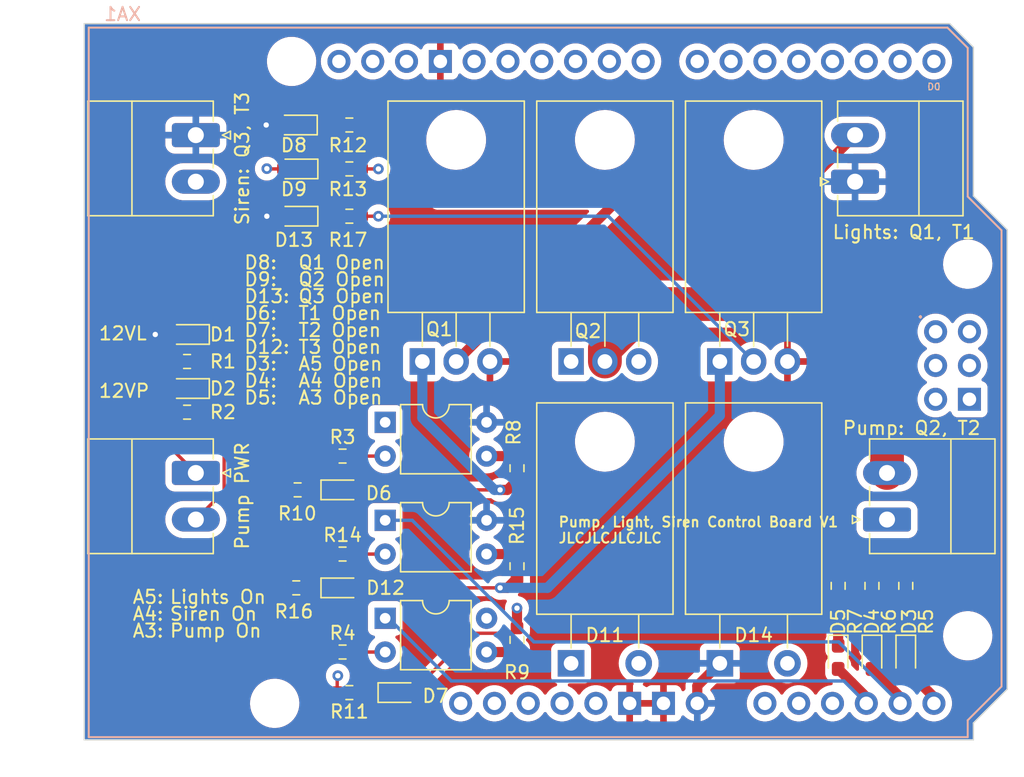
<source format=kicad_pcb>
(kicad_pcb (version 20221018) (generator pcbnew)
  (layers (0 "F.Cu" signal) (1 "In1.Cu" signal) (2 "In2.Cu" signal) (31 "B.Cu" signal) (34 "B.Paste" user) (35 "F.Paste" user) (36 "B.SilkS" user "B.Silkscreen") (37 "F.SilkS" user "F.Silkscreen") (38 "B.Mask" user) (39 "F.Mask" user) (44 "Edge.Cuts" user))
  (net 0 "")
  (net 1 "Net-(D1-K)")
  (net 2 "+12V")
  (net 3 "Net-(D2-K)")
  (net 4 "+12P")
  (net 5 "Net-(D3-K)")
  (net 6 "a5")
  (net 7 "Net-(D4-K)")
  (net 8 "a4")
  (net 9 "Net-(D5-K)")
  (net 10 "a3")
  (net 11 "GND")
  (net 12 "Net-(D6-A)")
  (net 13 "GNDPWR")
  (net 14 "Net-(D7-A)")
  (net 15 "Net-(D8-K)")
  (net 16 "Net-(D9-K)")
  (net 17 "Net-(D11-A)")
  (net 18 "Net-(D12-A)")
  (net 19 "Net-(D13-K)")
  (net 20 "Net-(D14-A)")
  (net 21 "Net-(T1-LogicGnd)")
  (net 22 "Net-(T2-LogicGnd)")
  (net 23 "Net-(T1-Emitter)")
  (net 24 "Net-(T2-Emitter)")
  (net 25 "Net-(T3-LogicGnd)")
  (net 26 "Net-(T3-Emitter)")
  (net 57 "Net-(J2-Pin_2)")
  (net 58 "Net-(D6-K)")
  (net 59 "Net-(D7-K)")
  (net 60 "Net-(D12-K)")
  (footprint "Resistor_SMD:R_0603_1608Metric_Pad0.98x0.95mm_HandSolder" (layer "F.Cu") (at 127.1035 91.44)
    (fp_text reference "R13" (at -0.1035 1.524) (layer "F.SilkS"))
    (fp_text value "1k")
    (pad "1" smd roundrect (at -0.9125 0) (size 0.975 0.95) (layers "F.Cu" "F.Paste" "F.Mask") (net 16 "Net-(D9-K)"))
    (pad "2" smd roundrect (at 0.9125 0) (size 0.975 0.95) (layers "F.Cu" "F.Paste" "F.Mask") (net 17 "Net-(D11-A)"))
  )
  (footprint "LED_SMD:LED_0603_1608Metric_Pad1.05x0.95mm_HandSolder" (layer "F.Cu") (at 126.633 115.57)
    (fp_text reference "D6" (at 2.681 0.254) (layer "F.SilkS"))
    (fp_text value "LED_Small")
    (pad "1" smd roundrect (at -0.875 0) (size 1.05 0.95) (layers "F.Cu" "F.Paste" "F.Mask") (net 58 "Net-(D6-K)"))
    (pad "2" smd roundrect (at 0.875 0) (size 1.05 0.95) (layers "F.Cu" "F.Paste" "F.Mask") (net 12 "Net-(D6-A)"))
  )
  (footprint "Connector_Phoenix_MC:PhoenixContact_MC_1,5_2-G-3.5_1x02_P3.50mm_Horizontal" (layer "F.Cu") (at 167.5015 117.8 90)
    (fp_text reference "J3")
    (fp_text value "Conn_01x02_Socket")
    (pad "1" thru_hole roundrect (at 0 0 90) (size 1.8 3.6) (drill 1.2) (layers "*.Cu" "*.Mask") (roundrect_rratio 0.1388888889) (net 4 "+12P"))
    (pad "2" thru_hole oval (at 3.5 0 90) (size 1.8 3.6) (drill 1.2) (layers "*.Cu" "*.Mask") (net 17 "Net-(D11-A)"))
  )
  (footprint "Resistor_SMD:R_0603_1608Metric_Pad0.98x0.95mm_HandSolder" (layer "F.Cu") (at 123.1145 122.936 180)
    (fp_text reference "R16" (at 0.1785 -1.778) (layer "F.SilkS"))
    (fp_text value "1k")
    (pad "1" smd roundrect (at -0.9125 0 180) (size 0.975 0.95) (layers "F.Cu" "F.Paste" "F.Mask") (net 60 "Net-(D12-K)"))
    (pad "2" smd roundrect (at 0.9125 0 180) (size 0.975 0.95) (layers "F.Cu" "F.Paste" "F.Mask") (net 11 "GND"))
  )
  (footprint "Package_TO_SOT_THT:TO-220-3_Horizontal_TabDown" (layer "F.Cu") (at 143.764 105.918)
    (fp_text reference "Q2" (at 1.27 -2.286) (layer "F.SilkS"))
    (fp_text value "Q_NMOS_GDS")
    (pad "" np_thru_hole oval (at 2.54 -16.66) (size 3.5 3.5) (drill 3.5) (layers "*.Cu" "*.Mask"))
    (pad "1" thru_hole rect (at 0 0) (size 1.905 2) (drill 1.1) (layers "*.Cu" "*.Mask") (net 14 "Net-(D7-A)"))
    (pad "2" thru_hole oval (at 2.54 0) (size 1.905 2) (drill 1.1) (layers "*.Cu" "*.Mask") (net 17 "Net-(D11-A)"))
    (pad "3" thru_hole oval (at 5.08 0) (size 1.905 2) (drill 1.1) (layers "*.Cu" "*.Mask") (net 13 "GNDPWR"))
  )
  (footprint "LED_SMD:LED_0603_1608Metric_Pad1.05x0.95mm_HandSolder" (layer "F.Cu") (at 163.83 128.157 -90)
    (fp_text reference "D5" (at -2.681 0 90) (layer "F.SilkS"))
    (fp_text value "LED_Small")
    (pad "1" smd roundrect (at -0.875 0 270) (size 1.05 0.95) (layers "F.Cu" "F.Paste" "F.Mask") (net 9 "Net-(D5-K)"))
    (pad "2" smd roundrect (at 0.875 0 270) (size 1.05 0.95) (layers "F.Cu" "F.Paste" "F.Mask") (net 10 "a3"))
  )
  (footprint "Resistor_SMD:R_0603_1608Metric_Pad0.98x0.95mm_HandSolder" (layer "F.Cu") (at 114.9115 105.918 180)
    (fp_text reference "R1" (at -2.6905 0) (layer "F.SilkS"))
    (fp_text value "1k")
    (pad "1" smd roundrect (at -0.9125 0 180) (size 0.975 0.95) (layers "F.Cu" "F.Paste" "F.Mask") (net 1 "Net-(D1-K)"))
    (pad "2" smd roundrect (at 0.9125 0 180) (size 0.975 0.95) (layers "F.Cu" "F.Paste" "F.Mask") (net 11 "GND"))
  )
  (footprint "Resistor_SMD:R_0603_1608Metric_Pad0.98x0.95mm_HandSolder" (layer "F.Cu") (at 163.83 122.7855 90)
    (fp_text reference "R7" (at -2.6905 1.27 90) (layer "F.SilkS"))
    (fp_text value "1k")
    (pad "1" smd roundrect (at -0.9125 0 90) (size 0.975 0.95) (layers "F.Cu" "F.Paste" "F.Mask") (net 9 "Net-(D5-K)"))
    (pad "2" smd roundrect (at 0.9125 0 90) (size 0.975 0.95) (layers "F.Cu" "F.Paste" "F.Mask") (net 11 "GND"))
  )
  (footprint "Package_TO_SOT_THT:TO-220-3_Horizontal_TabDown" (layer "F.Cu") (at 154.94 105.918)
    (fp_text reference "Q3" (at 1.27 -2.42) (layer "F.SilkS"))
    (fp_text value "Q_NMOS_GDS")
    (pad "" np_thru_hole oval (at 2.54 -16.66) (size 3.5 3.5) (drill 3.5) (layers "*.Cu" "*.Mask"))
    (pad "1" thru_hole rect (at 0 0) (size 1.905 2) (drill 1.1) (layers "*.Cu" "*.Mask") (net 18 "Net-(D12-A)"))
    (pad "2" thru_hole oval (at 2.54 0) (size 1.905 2) (drill 1.1) (layers "*.Cu" "*.Mask") (net 20 "Net-(D14-A)"))
    (pad "3" thru_hole oval (at 5.08 0) (size 1.905 2) (drill 1.1) (layers "*.Cu" "*.Mask") (net 11 "GND"))
  )
  (footprint "Resistor_SMD:R_0603_1608Metric_Pad0.98x0.95mm_HandSolder" (layer "F.Cu") (at 168.91 122.7855 90)
    (fp_text reference "R5" (at -2.6905 1.524 90) (layer "F.SilkS"))
    (fp_text value "1k")
    (pad "1" smd roundrect (at -0.9125 0 90) (size 0.975 0.95) (layers "F.Cu" "F.Paste" "F.Mask") (net 5 "Net-(D3-K)"))
    (pad "2" smd roundrect (at 0.9125 0 90) (size 0.975 0.95) (layers "F.Cu" "F.Paste" "F.Mask") (net 11 "GND"))
  )
  (footprint "LED_SMD:LED_0603_1608Metric_Pad1.05x0.95mm_HandSolder" (layer "F.Cu") (at 123.077 91.44 180)
    (fp_text reference "D9" (at 0.141 -1.524) (layer "F.SilkS"))
    (fp_text value "LED_Small")
    (pad "1" smd roundrect (at -0.875 0 180) (size 1.05 0.95) (layers "F.Cu" "F.Paste" "F.Mask") (net 16 "Net-(D9-K)"))
    (pad "2" smd roundrect (at 0.875 0 180) (size 1.05 0.95) (layers "F.Cu" "F.Paste" "F.Mask") (net 4 "+12P"))
  )
  (footprint "LED_SMD:LED_0603_1608Metric_Pad1.05x0.95mm_HandSolder" (layer "F.Cu") (at 123.077 94.996 180)
    (fp_text reference "D13" (at 0.141 -1.778) (layer "F.SilkS"))
    (fp_text value "LED_Small")
    (pad "1" smd roundrect (at -0.875 0 180) (size 1.05 0.95) (layers "F.Cu" "F.Paste" "F.Mask") (net 19 "Net-(D13-K)"))
    (pad "2" smd roundrect (at 0.875 0 180) (size 1.05 0.95) (layers "F.Cu" "F.Paste" "F.Mask") (net 2 "+12V"))
  )
  (footprint "Package_TO_SOT_THT:TO-220-2_Horizontal_TabDown" (layer "F.Cu") (at 143.764 128.61)
    (fp_text reference "D11" (at 2.54 -2.118) (layer "F.SilkS"))
    (fp_text value "D_Small")
    (pad "" np_thru_hole oval (at 2.54 -16.66) (size 3.5 3.5) (drill 3.5) (layers "*.Cu" "*.Mask"))
    (pad "1" thru_hole rect (at 0 0) (size 2 2) (drill 1.1) (layers "*.Cu" "*.Mask") (net 4 "+12P"))
    (pad "2" thru_hole oval (at 5.08 0) (size 2 2) (drill 1.1) (layers "*.Cu" "*.Mask") (net 17 "Net-(D11-A)"))
  )
  (footprint "Resistor_SMD:R_0603_1608Metric_Pad0.98x0.95mm_HandSolder" (layer "F.Cu") (at 139.7 121.3085 -90)
    (fp_text reference "R15" (at -3.048 0 90) (layer "F.SilkS"))
    (fp_text value "1k")
    (pad "1" smd roundrect (at -0.9125 0 270) (size 0.975 0.95) (layers "F.Cu" "F.Paste" "F.Mask") (net 26 "Net-(T3-Emitter)"))
    (pad "2" smd roundrect (at 0.9125 0 270) (size 0.975 0.95) (layers "F.Cu" "F.Paste" "F.Mask") (net 18 "Net-(D12-A)"))
  )
  (footprint "Package_TO_SOT_THT:TO-220-3_Horizontal_TabDown" (layer "F.Cu") (at 132.588 105.918)
    (fp_text reference "Q1" (at 1.27 -2.42) (layer "F.SilkS"))
    (fp_text value "Q_NMOS_GDS")
    (pad "" np_thru_hole oval (at 2.54 -16.66) (size 3.5 3.5) (drill 3.5) (layers "*.Cu" "*.Mask"))
    (pad "1" thru_hole rect (at 0 0) (size 1.905 2) (drill 1.1) (layers "*.Cu" "*.Mask") (net 12 "Net-(D6-A)"))
    (pad "2" thru_hole oval (at 2.54 0) (size 1.905 2) (drill 1.1) (layers "*.Cu" "*.Mask") (net 57 "Net-(J2-Pin_2)"))
    (pad "3" thru_hole oval (at 5.08 0) (size 1.905 2) (drill 1.1) (layers "*.Cu" "*.Mask") (net 11 "GND"))
  )
  (footprint "Resistor_SMD:R_0603_1608Metric_Pad0.98x0.95mm_HandSolder" (layer "F.Cu") (at 127.1035 94.996)
    (fp_text reference "R17" (at -0.1035 1.778) (layer "F.SilkS"))
    (fp_text value "1k")
    (pad "1" smd roundrect (at -0.9125 0) (size 0.975 0.95) (layers "F.Cu" "F.Paste" "F.Mask") (net 19 "Net-(D13-K)"))
    (pad "2" smd roundrect (at 0.9125 0) (size 0.975 0.95) (layers "F.Cu" "F.Paste" "F.Mask") (net 20 "Net-(D14-A)"))
  )
  (footprint "Connector_Phoenix_MC:PhoenixContact_MC_1,5_2-G-3.5_1x02_P3.50mm_Horizontal" (layer "F.Cu") (at 165.1 92.4 90)
    (fp_text reference "J2")
    (fp_text value "Conn_01x02_Socket")
    (pad "1" thru_hole roundrect (at 0 0 90) (size 1.8 3.6) (drill 1.2) (layers "*.Cu" "*.Mask") (roundrect_rratio 0.1388888889) (net 2 "+12V"))
    (pad "2" thru_hole oval (at 3.5 0 90) (size 1.8 3.6) (drill 1.2) (layers "*.Cu" "*.Mask") (net 57 "Net-(J2-Pin_2)"))
  )
  (footprint "LED_SMD:LED_0603_1608Metric_Pad1.05x0.95mm_HandSolder" (layer "F.Cu") (at 126.633 122.936)
    (fp_text reference "D12" (at 3.189 0) (layer "F.SilkS"))
    (fp_text value "LED_Small")
    (pad "1" smd roundrect (at -0.875 0) (size 1.05 0.95) (layers "F.Cu" "F.Paste" "F.Mask") (net 60 "Net-(D12-K)"))
    (pad "2" smd roundrect (at 0.875 0) (size 1.05 0.95) (layers "F.Cu" "F.Paste" "F.Mask") (net 18 "Net-(D12-A)"))
  )
  (footprint "PCM_arduino-library:Arduino_Uno_R3_Shield" (layer "F.Cu") (at 107.525 134.158737)
    (fp_text reference "XA1" (at 2.54 -54.356) (layer "B.SilkS") (effects (justify mirror)))
    (fp_text value "Arduino_Uno_R3_Shield")
    (fp_text user "." (at 62.484 -32.004) (layer "B.SilkS"))
    (fp_text user "D0" (at 63.5 -48.895 unlocked) (layer "B.SilkS") (effects (font (size 0.5 0.5) (thickness 0.075)) (justify mirror)))
    (fp_text user "." (at 62.484 -32.004) (layer "F.SilkS"))
    (fp_text user "D0" (at 63.5 -48.895 unlocked) (layer "F.SilkS") (effects (font (size 0.5 0.5) (thickness 0.075))))
    (pad "" np_thru_hole circle locked (at 13.97 -2.54) (size 3.2 3.2) (drill 3.2) (layers "*.Cu" "*.Mask"))
    (pad "" np_thru_hole circle locked (at 15.24 -50.8) (size 3.2 3.2) (drill 3.2) (layers "*.Cu" "*.Mask"))
    (pad "" thru_hole oval locked (at 27.94 -2.54) (size 1.7272 1.7272) (drill 1.016) (layers "*.Cu" "*.Mask"))
    (pad "" np_thru_hole circle locked (at 66.04 -35.56) (size 3.2 3.2) (drill 3.2) (layers "*.Cu" "*.Mask"))
    (pad "" np_thru_hole circle locked (at 66.04 -7.62) (size 3.2 3.2) (drill 3.2) (layers "*.Cu" "*.Mask"))
    (pad "3V3" thru_hole oval locked (at 35.56 -2.54) (size 1.7272 1.7272) (drill 1.016) (layers "*.Cu" "*.Mask"))
    (pad "5V1" thru_hole oval locked (at 38.1 -2.54) (size 1.7272 1.7272) (drill 1.016) (layers "*.Cu" "*.Mask"))
    (pad "5V2" thru_hole oval locked (at 66.167 -30.48) (size 1.7272 1.7272) (drill 1.016) (layers "*.Cu" "*.Mask"))
    (pad "A0" thru_hole oval locked (at 50.8 -2.54) (size 1.7272 1.7272) (drill 1.016) (layers "*.Cu" "*.Mask"))
    (pad "A1" thru_hole oval locked (at 53.34 -2.54) (size 1.7272 1.7272) (drill 1.016) (layers "*.Cu" "*.Mask"))
    (pad "A2" thru_hole oval locked (at 55.88 -2.54) (size 1.7272 1.7272) (drill 1.016) (layers "*.Cu" "*.Mask"))
    (pad "A3" thru_hole oval locked (at 58.42 -2.54) (size 1.7272 1.7272) (drill 1.016) (layers "*.Cu" "*.Mask") (net 10 "a3"))
    (pad "A4" thru_hole oval locked (at 60.96 -2.54) (size 1.7272 1.7272) (drill 1.016) (layers "*.Cu" "*.Mask") (net 8 "a4"))
    (pad "A5" thru_hole oval locked (at 63.5 -2.54) (size 1.7272 1.7272) (drill 1.016) (layers "*.Cu" "*.Mask") (net 6 "a5"))
    (pad "AREF" thru_hole oval locked (at 23.876 -50.8) (size 1.7272 1.7272) (drill 1.016) (layers "*.Cu" "*.Mask"))
    (pad "D0" thru_hole oval locked (at 63.5 -50.8) (size 1.7272 1.7272) (drill 1.016) (layers "*.Cu" "*.Mask"))
    (pad "D1" thru_hole oval locked (at 60.96 -50.8) (size 1.7272 1.7272) (drill 1.016) (layers "*.Cu" "*.Mask"))
    (pad "D2" thru_hole oval locked (at 58.42 -50.8) (size 1.7272 1.7272) (drill 1.016) (layers "*.Cu" "*.Mask"))
    (pad "D3" thru_hole oval locked (at 55.88 -50.8) (size 1.7272 1.7272) (drill 1.016) (layers "*.Cu" "*.Mask"))
    (pad "D4" thru_hole oval locked (at 53.34 -50.8) (size 1.7272 1.7272) (drill 1.016) (layers "*.Cu" "*.Mask"))
    (pad "D5" thru_hole oval locked (at 50.8 -50.8) (size 1.7272 1.7272) (drill 1.016) (layers "*.Cu" "*.Mask"))
    (pad "D6" thru_hole oval locked (at 48.26 -50.8) (size 1.7272 1.7272) (drill 1.016) (layers "*.Cu" "*.Mask"))
    (pad "D7" thru_hole oval locked (at 45.72 -50.8) (size 1.7272 1.7272) (drill 1.016) (layers "*.Cu" "*.Mask"))
    (pad "D8" thru_hole oval locked (at 41.656 -50.8) (size 1.7272 1.7272) (drill 1.016) (layers "*.Cu" "*.Mask"))
    (pad "D9" thru_hole oval locked (at 39.116 -50.8) (size 1.7272 1.7272) (drill 1.016) (layers "*.Cu" "*.Mask"))
    (pad "D10" thru_hole oval locked (at 36.576 -50.8) (size 1.7272 1.7272) (drill 1.016) (layers "*.Cu" "*.Mask"))
    (pad "D11" thru_hole oval locked (at 34.036 -50.8) (size 1.7272 1.7272) (drill 1.016) (layers "*.Cu" "*.Mask"))
    (pad "D12" thru_hole oval locked (at 31.496 -50.8) (size 1.7272 1.7272) (drill 1.016) (layers "*.Cu" "*.Mask"))
    (pad "D13" thru_hole oval locked (at 28.956 -50.8) (size 1.7272 1.7272) (drill 1.016) (layers "*.Cu" "*.Mask"))
    (pad "GND1" thru_hole rect locked (at 26.416 -50.8) (size 1.7272 1.7272) (drill 1.016) (layers "*.Cu" "*.Mask") (net 11 "GND"))
    (pad "GND2" thru_hole rect locked (at 40.64 -2.54) (size 1.7272 1.7272) (drill 1.016) (layers "*.Cu" "*.Mask") (net 11 "GND"))
    (pad "GND3" thru_hole rect locked (at 43.18 -2.54) (size 1.7272 1.7272) (drill 1.016) (layers "*.Cu" "*.Mask") (net 11 "GND"))
    (pad "GND4" thru_hole rect locked (at 66.167 -25.4) (size 1.7272 1.7272) (drill 1.016) (layers "*.Cu" "*.Mask"))
    (pad "IORF" thru_hole oval locked (at 30.48 -2.54) (size 1.7272 1.7272) (drill 1.016) (layers "*.Cu" "*.Mask"))
    (pad "MISO" thru_hole oval locked (at 63.627 -30.48) (size 1.7272 1.7272) (drill 1.016) (layers "*.Cu" "*.Mask"))
    (pad "MOSI" thru_hole oval locked (at 66.167 -27.94) (size 1.7272 1.7272) (drill 1.016) (layers "*.Cu" "*.Mask"))
    (pad "RST1" thru_hole oval locked (at 33.02 -2.54) (size 1.7272 1.7272) (drill 1.016) (layers "*.Cu" "*.Mask"))
    (pad "RST2" thru_hole oval locked (at 63.627 -25.4) (size 1.7272 1.7272) (drill 1.016) (layers "*.Cu" "*.Mask"))
    (pad "SCK" thru_hole oval locked (at 63.627 -27.94) (size 1.7272 1.7272) (drill 1.016) (layers "*.Cu" "*.Mask"))
    (pad "SCL" thru_hole oval locked (at 18.796 -50.8) (size 1.7272 1.7272) (drill 1.016) (layers "*.Cu" "*.Mask"))
    (pad "SDA" thru_hole oval locked (at 21.336 -50.8) (size 1.7272 1.7272) (drill 1.016) (layers "*.Cu" "*.Mask"))
    (pad "VIN" thru_hole oval locked (at 45.72 -2.54) (size 1.7272 1.7272) (drill 1.016) (layers "*.Cu" "*.Mask") (net 2 "+12V"))
  )
  (footprint "LED_SMD:LED_0603_1608Metric_Pad1.05x0.95mm_HandSolder" (layer "F.Cu") (at 168.91 128.157 -90)
    (fp_text reference "D3" (at -2.681 -0.254 90) (layer "F.SilkS"))
    (fp_text value "LED_Small")
    (pad "1" smd roundrect (at -0.875 0 270) (size 1.05 0.95) (layers "F.Cu" "F.Paste" "F.Mask") (net 5 "Net-(D3-K)"))
    (pad "2" smd roundrect (at 0.875 0 270) (size 1.05 0.95) (layers "F.Cu" "F.Paste" "F.Mask") (net 6 "a5"))
  )
  (footprint "Package_DIP:DIP-4_W7.62mm" (layer "F.Cu") (at 129.794 125.222)
    (fp_text reference "T2")
    (fp_text value "~")
    (pad "1" thru_hole rect (at 0 0) (size 1.6 1.6) (drill 0.8) (layers "*.Cu" "*.Mask") (net 10 "a3"))
    (pad "2" thru_hole oval (at 0 2.54) (size 1.6 1.6) (drill 0.8) (layers "*.Cu" "*.Mask") (net 22 "Net-(T2-LogicGnd)"))
    (pad "3" thru_hole oval (at 7.62 2.54) (size 1.6 1.6) (drill 0.8) (layers "*.Cu" "*.Mask") (net 24 "Net-(T2-Emitter)"))
    (pad "4" thru_hole oval (at 7.62 0) (size 1.6 1.6) (drill 0.8) (layers "*.Cu" "*.Mask") (net 4 "+12P"))
  )
  (footprint "Resistor_SMD:R_0603_1608Metric_Pad0.98x0.95mm_HandSolder" (layer "F.Cu") (at 127.1035 88.138)
    (fp_text reference "R12" (at -0.1035 1.524) (layer "F.SilkS"))
    (fp_text value "1k")
    (pad "1" smd roundrect (at -0.9125 0) (size 0.975 0.95) (layers "F.Cu" "F.Paste" "F.Mask") (net 15 "Net-(D8-K)"))
    (pad "2" smd roundrect (at 0.9125 0) (size 0.975 0.95) (layers "F.Cu" "F.Paste" "F.Mask") (net 57 "Net-(J2-Pin_2)"))
  )
  (footprint "Resistor_SMD:R_0603_1608Metric_Pad0.98x0.95mm_HandSolder" (layer "F.Cu") (at 126.5955 113.03)
    (fp_text reference "R3" (at 0 -1.43) (layer "F.SilkS"))
    (fp_text value "50")
    (pad "1" smd roundrect (at -0.9125 0) (size 0.975 0.95) (layers "F.Cu" "F.Paste" "F.Mask") (net 11 "GND"))
    (pad "2" smd roundrect (at 0.9125 0) (size 0.975 0.95) (layers "F.Cu" "F.Paste" "F.Mask") (net 21 "Net-(T1-LogicGnd)"))
  )
  (footprint "Resistor_SMD:R_0603_1608Metric_Pad0.98x0.95mm_HandSolder" (layer "F.Cu") (at 139.7 126.8495 90)
    (fp_text reference "R9" (at -2.4365 0 180) (layer "F.SilkS"))
    (fp_text value "1k")
    (pad "1" smd roundrect (at -0.9125 0 90) (size 0.975 0.95) (layers "F.Cu" "F.Paste" "F.Mask") (net 24 "Net-(T2-Emitter)"))
    (pad "2" smd roundrect (at 0.9125 0 90) (size 0.975 0.95) (layers "F.Cu" "F.Paste" "F.Mask") (net 14 "Net-(D7-A)"))
  )
  (footprint "LED_SMD:LED_0603_1608Metric_Pad1.05x0.95mm_HandSolder" (layer "F.Cu") (at 114.921 107.95 180)
    (fp_text reference "D2" (at -2.681 0) (layer "F.SilkS"))
    (fp_text value "LED_Small")
    (pad "1" smd roundrect (at -0.875 0 180) (size 1.05 0.95) (layers "F.Cu" "F.Paste" "F.Mask") (net 3 "Net-(D2-K)"))
    (pad "2" smd roundrect (at 0.875 0 180) (size 1.05 0.95) (layers "F.Cu" "F.Paste" "F.Mask") (net 4 "+12P"))
  )
  (footprint "Resistor_SMD:R_0603_1608Metric_Pad0.98x0.95mm_HandSolder" (layer "F.Cu") (at 123.218 115.57 180)
    (fp_text reference "R10" (at 0.028 -1.778) (layer "F.SilkS"))
    (fp_text value "1k")
    (pad "1" smd roundrect (at -0.9125 0 180) (size 0.975 0.95) (layers "F.Cu" "F.Paste" "F.Mask") (net 58 "Net-(D6-K)"))
    (pad "2" smd roundrect (at 0.9125 0 180) (size 0.975 0.95) (layers "F.Cu" "F.Paste" "F.Mask") (net 11 "GND"))
  )
  (footprint "Package_DIP:DIP-4_W7.62mm" (layer "F.Cu") (at 129.794 117.856)
    (fp_text reference "T3")
    (fp_text value "~")
    (pad "1" thru_hole rect (at 0 0) (size 1.6 1.6) (drill 0.8) (layers "*.Cu" "*.Mask") (net 8 "a4"))
    (pad "2" thru_hole oval (at 0 2.54) (size 1.6 1.6) (drill 0.8) (layers "*.Cu" "*.Mask") (net 25 "Net-(T3-LogicGnd)"))
    (pad "3" thru_hole oval (at 7.62 2.54) (size 1.6 1.6) (drill 0.8) (layers "*.Cu" "*.Mask") (net 26 "Net-(T3-Emitter)"))
    (pad "4" thru_hole oval (at 7.62 0) (size 1.6 1.6) (drill 0.8) (layers "*.Cu" "*.Mask") (net 2 "+12V"))
  )
  (footprint "LED_SMD:LED_0603_1608Metric_Pad1.05x0.95mm_HandSolder" (layer "F.Cu") (at 166.37 128.157 -90)
    (fp_text reference "D4" (at -2.681 0 90) (layer "F.SilkS"))
    (fp_text value "LED_Small")
    (pad "1" smd roundrect (at -0.875 0 270) (size 1.05 0.95) (layers "F.Cu" "F.Paste" "F.Mask") (net 7 "Net-(D4-K)"))
    (pad "2" smd roundrect (at 0.875 0 270) (size 1.05 0.95) (layers "F.Cu" "F.Paste" "F.Mask") (net 8 "a4"))
  )
  (footprint "Connector_Phoenix_MC:PhoenixContact_MC_1,5_2-G-3.5_1x02_P3.50mm_Horizontal" (layer "F.Cu") (at 115.57 88.9 -90)
    (fp_text reference "J4")
    (fp_text value "Conn_01x02_Socket")
    (pad "1" thru_hole roundrect (at 0 0 270) (size 1.8 3.6) (drill 1.2) (layers "*.Cu" "*.Mask") (roundrect_rratio 0.1388888889) (net 2 "+12V"))
    (pad "2" thru_hole oval (at 3.5 0 270) (size 1.8 3.6) (drill 1.2) (layers "*.Cu" "*.Mask") (net 20 "Net-(D14-A)"))
  )
  (footprint "Resistor_SMD:R_0603_1608Metric_Pad0.98x0.95mm_HandSolder" (layer "F.Cu") (at 126.5955 127.762)
    (fp_text reference "R4" (at 0 -1.43) (layer "F.SilkS"))
    (fp_text value "50")
    (pad "1" smd roundrect (at -0.9125 0) (size 0.975 0.95) (layers "F.Cu" "F.Paste" "F.Mask") (net 11 "GND"))
    (pad "2" smd roundrect (at 0.9125 0) (size 0.975 0.95) (layers "F.Cu" "F.Paste" "F.Mask") (net 22 "Net-(T2-LogicGnd)"))
  )
  (footprint "Resistor_SMD:R_0603_1608Metric_Pad0.98x0.95mm_HandSolder" (layer "F.Cu") (at 127.1035 130.81 180)
    (fp_text reference "R11" (at 0 -1.43) (layer "F.SilkS"))
    (fp_text value "1k")
    (pad "1" smd roundrect (at -0.9125 0 180) (size 0.975 0.95) (layers "F.Cu" "F.Paste" "F.Mask") (net 59 "Net-(D7-K)"))
    (pad "2" smd roundrect (at 0.9125 0 180) (size 0.975 0.95) (layers "F.Cu" "F.Paste" "F.Mask") (net 13 "GNDPWR"))
  )
  (footprint "Resistor_SMD:R_0603_1608Metric_Pad0.98x0.95mm_HandSolder" (layer "F.Cu") (at 114.9115 109.728 180)
    (fp_text reference "R2" (at -2.6905 0) (layer "F.SilkS"))
    (fp_text value "1k")
    (pad "1" smd roundrect (at -0.9125 0 180) (size 0.975 0.95) (layers "F.Cu" "F.Paste" "F.Mask") (net 3 "Net-(D2-K)"))
    (pad "2" smd roundrect (at 0.9125 0 180) (size 0.975 0.95) (layers "F.Cu" "F.Paste" "F.Mask") (net 13 "GNDPWR"))
  )
  (footprint "Resistor_SMD:R_0603_1608Metric_Pad0.98x0.95mm_HandSolder" (layer "F.Cu") (at 139.7 113.9425 -90)
    (fp_text reference "R8" (at -2.6905 0.254 90) (layer "F.SilkS"))
    (fp_text value "1k")
    (pad "1" smd roundrect (at -0.9125 0 270) (size 0.975 0.95) (layers "F.Cu" "F.Paste" "F.Mask") (net 23 "Net-(T1-Emitter)"))
    (pad "2" smd roundrect (at 0.9125 0 270) (size 0.975 0.95) (layers "F.Cu" "F.Paste" "F.Mask") (net 12 "Net-(D6-A)"))
  )
  (footprint "Package_DIP:DIP-4_W7.62mm" (layer "F.Cu") (at 129.794 110.49)
    (fp_text reference "T1")
    (fp_text value "~")
    (pad "1" thru_hole rect (at 0 0) (size 1.6 1.6) (drill 0.8) (layers "*.Cu" "*.Mask") (net 6 "a5"))
    (pad "2" thru_hole oval (at 0 2.54) (size 1.6 1.6) (drill 0.8) (layers "*.Cu" "*.Mask") (net 21 "Net-(T1-LogicGnd)"))
    (pad "3" thru_hole oval (at 7.62 2.54) (size 1.6 1.6) (drill 0.8) (layers "*.Cu" "*.Mask") (net 23 "Net-(T1-Emitter)"))
    (pad "4" thru_hole oval (at 7.62 0) (size 1.6 1.6) (drill 0.8) (layers "*.Cu" "*.Mask") (net 2 "+12V"))
  )
  (footprint "LED_SMD:LED_0603_1608Metric_Pad1.05x0.95mm_HandSolder" (layer "F.Cu") (at 130.923 130.81)
    (fp_text reference "D7" (at 2.653 0.254) (layer "F.SilkS"))
    (fp_text value "LED_Small")
    (pad "1" smd roundrect (at -0.875 0) (size 1.05 0.95) (layers "F.Cu" "F.Paste" "F.Mask") (net 59 "Net-(D7-K)"))
    (pad "2" smd roundrect (at 0.875 0) (size 1.05 0.95) (layers "F.Cu" "F.Paste" "F.Mask") (net 14 "Net-(D7-A)"))
  )
  (footprint "Package_TO_SOT_THT:TO-220-2_Horizontal_TabDown" (layer "F.Cu") (at 154.94 128.61)
    (fp_text reference "D14" (at 2.54 -2.118) (layer "F.SilkS"))
    (fp_text value "D_Small")
    (pad "" np_thru_hole oval (at 2.54 -16.66) (size 3.5 3.5) (drill 3.5) (layers "*.Cu" "*.Mask"))
    (pad "1" thru_hole rect (at 0 0) (size 2 2) (drill 1.1) (layers "*.Cu" "*.Mask") (net 2 "+12V"))
    (pad "2" thru_hole oval (at 5.08 0) (size 2 2) (drill 1.1) (layers "*.Cu" "*.Mask") (net 20 "Net-(D14-A)"))
  )
  (footprint "Resistor_SMD:R_0603_1608Metric_Pad0.98x0.95mm_HandSolder" (layer "F.Cu") (at 126.5955 120.396)
    (fp_text reference "R14" (at 0 -1.43) (layer "F.SilkS"))
    (fp_text value "50")
    (pad "1" smd roundrect (at -0.9125 0) (size 0.975 0.95) (layers "F.Cu" "F.Paste" "F.Mask") (net 11 "GND"))
    (pad "2" smd roundrect (at 0.9125 0) (size 0.975 0.95) (layers "F.Cu" "F.Paste" "F.Mask") (net 25 "Net-(T3-LogicGnd)"))
  )
  (footprint "Resistor_SMD:R_0603_1608Metric_Pad0.98x0.95mm_HandSolder" (layer "F.Cu") (at 166.37 122.7855 90)
    (fp_text reference "R6" (at -2.6905 1.27 90) (layer "F.SilkS"))
    (fp_text value "1k")
    (pad "1" smd roundrect (at -0.9125 0 90) (size 0.975 0.95) (layers "F.Cu" "F.Paste" "F.Mask") (net 7 "Net-(D4-K)"))
    (pad "2" smd roundrect (at 0.9125 0 90) (size 0.975 0.95) (layers "F.Cu" "F.Paste" "F.Mask") (net 11 "GND"))
  )
  (footprint "Connector_Phoenix_MC:PhoenixContact_MC_1,5_2-G-3.5_1x02_P3.50mm_Horizontal" (layer "F.Cu") (at 115.57 114.3 -90)
    (fp_text reference "J1")
    (fp_text value "Conn_01x02_Socket")
    (pad "1" thru_hole roundrect (at 0 0 270) (size 1.8 3.6) (drill 1.2) (layers "*.Cu" "*.Mask") (roundrect_rratio 0.1388888889) (net 4 "+12P"))
    (pad "2" thru_hole oval (at 3.5 0 270) (size 1.8 3.6) (drill 1.2) (layers "*.Cu" "*.Mask") (net 13 "GNDPWR"))
  )
  (footprint "LED_SMD:LED_0603_1608Metric_Pad1.05x0.95mm_HandSolder" (layer "F.Cu") (at 123.03 88.138 180)
    (fp_text reference "D8" (at 0.094 -1.524) (layer "F.SilkS"))
    (fp_text value "LED_Small")
    (pad "1" smd roundrect (at -0.875 0 180) (size 1.05 0.95) (layers "F.Cu" "F.Paste" "F.Mask") (net 15 "Net-(D8-K)"))
    (pad "2" smd roundrect (at 0.875 0 180) (size 1.05 0.95) (layers "F.Cu" "F.Paste" "F.Mask") (net 2 "+12V"))
  )
  (footprint "LED_SMD:LED_0603_1608Metric_Pad1.05x0.95mm_HandSolder" (layer "F.Cu") (at 114.921 103.886 180)
    (fp_text reference "D1" (at -2.681 0) (layer "F.SilkS"))
    (fp_text value "LED_Small")
    (pad "1" smd roundrect (at -0.875 0 180) (size 1.05 0.95) (layers "F.Cu" "F.Paste" "F.Mask") (net 1 "Net-(D1-K)"))
    (pad "2" smd roundrect (at 0.875 0 180) (size 1.05 0.95) (layers "F.Cu" "F.Paste" "F.Mask") (net 2 "+12V"))
  )
  (gr_line (start 173.99 93.472) (end 173.99 82.296) (stroke (width 0.1)) (layer "Edge.Cuts"))
  (gr_line (start 107.188 80.518) (end 107.188 134.366) (stroke (width 0.1)) (layer "Edge.Cuts"))
  (gr_line (start 176.53 130.556) (end 176.53 96.012) (stroke (width 0.1)) (layer "Edge.Cuts"))
  (gr_line (start 172.212 80.518) (end 107.188 80.518) (stroke (width 0.1)) (layer "Edge.Cuts"))
  (gr_line (start 176.53 96.012) (end 173.99 93.472) (stroke (width 0.1)) (layer "Edge.Cuts"))
  (gr_line (start 173.99 82.296) (end 172.212 80.518) (stroke (width 0.1)) (layer "Edge.Cuts"))
  (gr_line (start 173.99 133.096) (end 176.53 130.556) (stroke (width 0.1)) (layer "Edge.Cuts"))
  (gr_line (start 173.99 134.366) (end 173.99 133.096) (stroke (width 0.1)) (layer "Edge.Cuts"))
  (gr_line (start 107.442 134.366) (end 173.99 134.366) (stroke (width 0.1)) (layer "Edge.Cuts"))
  (gr_line (start 107.188 134.366) (end 107.442 134.366) (stroke (width 0.1)) (layer "Edge.Cuts"))
  (gr_text "A5 Open" (at 123.19 106.68) (layer "F.SilkS") (effects (font (size 1 1)) (justify left bottom)))
  (gr_text "Lights On" (at 113.538 124.206) (layer "F.SilkS") (effects (font (size 1 1)) (justify left bottom)))
  (gr_text "Pump PWR" (at 119.634 120.142 90) (layer "F.SilkS") (effects (font (size 1 1)) (justify left bottom)))
  (gr_text "Pump On" (at 113.538 126.746) (layer "F.SilkS") (effects (font (size 1 1)) (justify left bottom)))
  (gr_text "T2 Open" (at 123.19 104.14) (layer "F.SilkS") (effects (font (size 1 1)) (justify left bottom)))
  (gr_text "A3 Open" (at 123.19 109.22) (layer "F.SilkS") (effects (font (size 1 1)) (justify left bottom)))
  (gr_text "D7:" (at 119.126 104.14) (layer "F.SilkS") (effects (font (size 1 1)) (justify left bottom)))
  (gr_text "A3:" (at 110.744 126.746) (layer "F.SilkS") (effects (font (size 1 1)) (justify left bottom)))
  (gr_text "T3 Open" (at 123.19 105.41) (layer "F.SilkS") (effects (font (size 1 1)) (justify left bottom)))
  (gr_text "Q1 Open" (at 123.19 99.06) (layer "F.SilkS") (effects (font (size 1 1)) (justify left bottom)))
  (gr_text "Lights: Q1, T1" (at 163.322 96.774) (layer "F.SilkS") (effects (font (size 1 1)) (justify left bottom)))
  (gr_text "Siren: Q3, T3" (at 119.634 95.758 90) (layer "F.SilkS") (effects (font (size 1 1)) (justify left bottom)))
  (gr_text "D8:" (at 119.126 99.06) (layer "F.SilkS") (effects (font (size 1 1)) (justify left bottom)))
  (gr_text "12VL\n" (at 108.204 104.394) (layer "F.SilkS") (effects (font (size 1 1)) (justify left bottom)))
  (gr_text "Siren On" (at 113.538 125.476) (layer "F.SilkS") (effects (font (size 1 1)) (justify left bottom)))
  (gr_text "D6:" (at 119.126 102.87) (layer "F.SilkS") (effects (font (size 1 1)) (justify left bottom)))
  (gr_text "Q3 Open" (at 123.19 101.6) (layer "F.SilkS") (effects (font (size 1 1)) (justify left bottom)))
  (gr_text "Pump, Light, Siren Control Board V1\nJLCJLCJLCJLC" (at 142.748 119.634) (layer "F.SilkS") (effects (font (size 0.75 0.75)) (justify left bottom)))
  (gr_text "A4 Open" (at 123.19 107.95) (layer "F.SilkS") (effects (font (size 1 1)) (justify left bottom)))
  (gr_text "D3:" (at 119.126 106.68) (layer "F.SilkS") (effects (font (size 1 1)) (justify left bottom)))
  (gr_text "D5:" (at 119.126 109.22) (layer "F.SilkS") (effects (font (size 1 1)) (justify left bottom)))
  (gr_text "D9:" (at 119.126 100.33) (layer "F.SilkS") (effects (font (size 1 1)) (justify left bottom)))
  (gr_text "T1 Open" (at 123.19 102.87) (layer "F.SilkS") (effects (font (size 1 1)) (justify left bottom)))
  (gr_text "D12:" (at 119.126 105.41) (layer "F.SilkS") (effects (font (size 1 1)) (justify left bottom)))
  (gr_text "D13:" (at 119.126 101.6) (layer "F.SilkS") (effects (font (size 1 1)) (justify left bottom)))
  (gr_text "12VP\n" (at 108.204 108.712) (layer "F.SilkS") (effects (font (size 1 1)) (justify left bottom)))
  (gr_text "A4:" (at 110.744 125.476) (layer "F.SilkS") (effects (font (size 1 1)) (justify left bottom)))
  (gr_text "Pump: Q2, T2" (at 164.084 111.506) (layer "F.SilkS") (effects (font (size 1 1)) (justify left bottom)))
  (gr_text "D4:" (at 119.126 107.95) (layer "F.SilkS") (effects (font (size 1 1)) (justify left bottom)))
  (gr_text "Q2 Open" (at 123.19 100.33) (layer "F.SilkS") (effects (font (size 1 1)) (justify left bottom)))
  (gr_text "A5:" (at 110.744 124.206) (layer "F.SilkS") (effects (font (size 1 1)) (justify left bottom)))
  (segment (start 115.796 105.89) (end 115.824 105.918) (width 0.762) (layer "F.Cu") (net 1))
  (segment (start 115.796 103.886) (end 115.796 105.89) (width 0.762) (layer "F.Cu") (net 1))
  (segment (start 153.245 130.305) (end 154.94 128.61) (width 0.762) (layer "F.Cu") (net 2))
  (segment (start 122.202 94.996) (end 120.904 94.996) (width 0.254) (layer "F.Cu") (net 2))
  (segment (start 112.522 103.886) (end 114.046 103.886) (width 0.762) (layer "F.Cu") (net 2))
  (segment (start 153.245 131.618737) (end 153.245 130.305) (width 0.762) (layer "F.Cu") (net 2))
  (segment (start 122.155 88.138) (end 120.857 88.138) (width 0.254) (layer "F.Cu") (net 2))
  (via (at 120.857 88.138) (size 0.8) (drill 0.4) (layers "F.Cu" "B.Cu") (net 2))
  (via (at 120.904 94.996) (size 0.8) (drill 0.4) (layers "F.Cu" "B.Cu") (net 2))
  (via (at 112.522 103.886) (size 0.8) (drill 0.4) (layers "F.Cu" "B.Cu") (net 2))
  (segment (start 115.796 107.95) (end 115.796 109.7) (width 0.254) (layer "F.Cu") (net 3))
  (segment (start 115.796 109.7) (end 115.824 109.728) (width 0.254) (layer "F.Cu") (net 3))
  (segment (start 112.522 109.474) (end 114.046 107.95) (width 0.254) (layer "F.Cu") (net 4))
  (segment (start 122.202 91.44) (end 120.9245 91.44) (width 0.254) (layer "F.Cu") (net 4))
  (segment (start 112.522 111.252) (end 112.522 109.474) (width 0.254) (layer "F.Cu") (net 4))
  (segment (start 115.57 114.3) (end 112.522 111.252) (width 0.254) (layer "F.Cu") (net 4))
  (segment (start 120.9245 91.44) (end 120.904 91.4195) (width 0.254) (layer "F.Cu") (net 4))
  (via (at 120.904 91.4195) (size 0.8) (drill 0.4) (layers "F.Cu" "B.Cu") (net 4))
  (segment (start 168.91 127.282) (end 168.91 123.698) (width 0.762) (layer "F.Cu") (net 5))
  (segment (start 171.025 131.618737) (end 171.025 131.147) (width 0.762) (layer "F.Cu") (net 6))
  (segment (start 169.926 130.048) (end 168.91 129.032) (width 0.762) (layer "F.Cu") (net 6))
  (segment (start 171.025 131.147) (end 169.926 130.048) (width 0.762) (layer "F.Cu") (net 6))
  (segment (start 166.37 127.282) (end 166.37 123.698) (width 0.762) (layer "F.Cu") (net 7))
  (segment (start 168.485 131.618737) (end 168.485 131.147) (width 0.762) (layer "F.Cu") (net 8))
  (segment (start 168.485 131.147) (end 167.386 130.048) (width 0.762) (layer "F.Cu") (net 8))
  (segment (start 167.386 130.048) (end 166.37 129.032) (width 0.762) (layer "F.Cu") (net 8))
  (segment (start 131.826 117.856) (end 129.794 117.856) (width 0.254) (layer "B.Cu") (net 8))
  (segment (start 163.866263 127) (end 140.97 127) (width 0.254) (layer "B.Cu") (net 8))
  (segment (start 140.97 127) (end 131.826 117.856) (width 0.254) (layer "B.Cu") (net 8))
  (segment (start 168.485 131.618737) (end 163.866263 127) (width 0.254) (layer "B.Cu") (net 8))
  (segment (start 163.83 127.282) (end 163.83 123.698) (width 0.762) (layer "F.Cu") (net 9))
  (segment (start 165.945 131.618737) (end 165.945 131.147) (width 0.762) (layer "F.Cu") (net 10))
  (segment (start 164.846 130.048) (end 163.83 129.032) (width 0.762) (layer "F.Cu") (net 10))
  (segment (start 165.945 131.147) (end 164.846 130.048) (width 0.762) (layer "F.Cu") (net 10))
  (segment (start 165.945 131.618737) (end 164.263263 129.937) (width 0.254) (layer "B.Cu") (net 10))
  (segment (start 130.048 125.222) (end 129.794 125.222) (width 0.254) (layer "B.Cu") (net 10))
  (segment (start 164.263263 129.937) (end 134.763 129.937) (width 0.254) (layer "B.Cu") (net 10))
  (segment (start 134.763 129.937) (end 130.048 125.222) (width 0.254) (layer "B.Cu") (net 10))
  (segment (start 166.417 121.92) (end 166.37 121.873) (width 0.762) (layer "F.Cu") (net 11))
  (segment (start 113.999 105.918) (end 112.522 105.918) (width 0.762) (layer "F.Cu") (net 11))
  (segment (start 138.985 115.57) (end 139.7 114.855) (width 0.762) (layer "F.Cu") (net 12))
  (segment (start 138.43 115.57) (end 138.985 115.57) (width 0.762) (layer "F.Cu") (net 12))
  (segment (start 138.43 115.57) (end 127.508 115.57) (width 0.254) (layer "F.Cu") (net 12))
  (via (at 138.43 115.57) (size 0.8) (drill 0.4) (layers "F.Cu" "B.Cu") (net 12))
  (segment (start 138.43 115.57) (end 138.000971 115.57) (width 0.762) (layer "B.Cu") (net 12))
  (segment (start 138.000971 115.57) (end 132.588 110.157029) (width 0.762) (layer "B.Cu") (net 12))
  (segment (start 132.588 110.157029) (end 132.588 105.918) (width 0.762) (layer "B.Cu") (net 12))
  (segment (start 117.697 115.673) (end 115.57 117.8) (width 0.254) (layer "F.Cu") (net 13))
  (segment (start 115.269 110.998) (end 116.586 110.998) (width 0.254) (layer "F.Cu") (net 13))
  (segment (start 113.999 109.728) (end 115.269 110.998) (width 0.254) (layer "F.Cu") (net 13))
  (segment (start 126.191 130.81) (end 126.191 129.587) (width 0.254) (layer "F.Cu") (net 13))
  (segment (start 126.191 129.587) (end 126.238 129.54) (width 0.254) (layer "F.Cu") (net 13))
  (segment (start 116.586 110.998) (end 117.697 112.109) (width 0.254) (layer "F.Cu") (net 13))
  (segment (start 117.697 112.109) (end 117.697 115.673) (width 0.254) (layer "F.Cu") (net 13))
  (via (at 126.238 129.54) (size 0.8) (drill 0.4) (layers "F.Cu" "B.Cu") (net 13))
  (segment (start 139.7 125.937) (end 139.7 124.46) (width 0.762) (layer "F.Cu") (net 14))
  (segment (start 139.288 126.349) (end 136.259 126.349) (width 0.254) (layer "F.Cu") (net 14))
  (segment (start 139.7 125.937) (end 139.288 126.349) (width 0.254) (layer "F.Cu") (net 14))
  (segment (start 136.259 126.349) (end 131.798 130.81) (width 0.254) (layer "F.Cu") (net 14))
  (via (at 139.7 124.46) (size 0.8) (drill 0.4) (layers "F.Cu" "B.Cu") (net 14))
  (segment (start 126.191 88.138) (end 123.905 88.138) (width 0.254) (layer "F.Cu") (net 15))
  (segment (start 126.191 91.44) (end 123.952 91.44) (width 0.254) (layer "F.Cu") (net 16))
  (segment (start 146.304 105.918) (end 146.304 104.984568) (width 2.54) (layer "F.Cu") (net 17))
  (segment (start 146.304 104.984568) (end 149.688568 101.6) (width 2.54) (layer "F.Cu") (net 17))
  (segment (start 149.688568 101.6) (end 162.306 101.6) (width 2.54) (layer "F.Cu") (net 17))
  (segment (start 129.286 91.44) (end 128.016 91.44) (width 0.254) (layer "F.Cu") (net 17))
  (segment (start 167.5015 106.7955) (end 167.5015 114.3) (width 2.54) (layer "F.Cu") (net 17))
  (segment (start 162.306 101.6) (end 167.5015 106.7955) (width 2.54) (layer "F.Cu") (net 17))
  (via (at 129.286 91.44) (size 0.8) (drill 0.4) (layers "F.Cu" "B.Cu") (net 17))
  (segment (start 138.43 122.936) (end 138.985 122.936) (width 0.762) (layer "F.Cu") (net 18))
  (segment (start 138.43 122.936) (end 127.508 122.936) (width 0.254) (layer "F.Cu") (net 18))
  (segment (start 138.985 122.936) (end 139.7 122.221) (width 0.762) (layer "F.Cu") (net 18))
  (via (at 138.43 122.936) (size 0.8) (drill 0.4) (layers "F.Cu" "B.Cu") (net 18))
  (segment (start 138.43 122.936) (end 141.986 122.936) (width 0.762) (layer "B.Cu") (net 18))
  (segment (start 154.94 109.982) (end 154.94 105.918) (width 0.762) (layer "B.Cu") (net 18))
  (segment (start 141.986 122.936) (end 154.94 109.982) (width 0.762) (layer "B.Cu") (net 18))
  (segment (start 126.191 94.996) (end 123.952 94.996) (width 0.254) (layer "F.Cu") (net 19))
  (segment (start 129.286 94.996) (end 128.016 94.996) (width 0.254) (layer "F.Cu") (net 20))
  (via (at 129.286 94.996) (size 0.8) (drill 0.4) (layers "F.Cu" "B.Cu") (net 20))
  (segment (start 146.558 94.996) (end 129.286 94.996) (width 0.254) (layer "B.Cu") (net 20))
  (segment (start 157.48 105.918) (end 146.558 94.996) (width 0.254) (layer "B.Cu") (net 20))
  (segment (start 129.794 113.03) (end 127.508 113.03) (width 0.254) (layer "F.Cu") (net 21))
  (segment (start 129.794 127.762) (end 127.508 127.762) (width 0.254) (layer "F.Cu") (net 22))
  (segment (start 139.7 113.03) (end 137.414 113.03) (width 0.762) (layer "F.Cu") (net 23))
  (segment (start 137.414 127.762) (end 139.7 127.762) (width 0.762) (layer "F.Cu") (net 24))
  (segment (start 129.794 120.396) (end 127.508 120.396) (width 0.254) (layer "F.Cu") (net 25))
  (segment (start 137.414 120.396) (end 139.7 120.396) (width 0.762) (layer "F.Cu") (net 26))
  (segment (start 147.165 93.881) (end 160.119 93.881) (width 0.762) (layer "F.Cu") (net 57))
  (segment (start 147.165 93.881) (end 133.759 93.881) (width 0.254) (layer "F.Cu") (net 57))
  (segment (start 133.759 93.881) (end 128.016 88.138) (width 0.254) (layer "F.Cu") (net 57))
  (segment (start 135.128 105.918) (end 147.165 93.881) (width 0.762) (layer "F.Cu") (net 57))
  (segment (start 160.119 93.881) (end 165.1 88.9) (width 0.762) (layer "F.Cu") (net 57))
  (segment (start 125.758 115.57) (end 124.1305 115.57) (width 0.25) (layer "F.Cu") (net 58))
  (segment (start 130.048 130.81) (end 128.016 130.81) (width 0.254) (layer "F.Cu") (net 59))
  (segment (start 125.758 122.936) (end 124.027 122.936) (width 0.254) (layer "F.Cu") (net 60))
  (zone (net 11) (net_name "GND") (layer "F.Cu") (priority 3) (connect_pads (clearance 0.5)) (min_thickness 0.25) (fill yes (thermal_gap 0.5) (thermal_bridge_width 0.5))
    (polygon (pts (xy 104.14 137.16) (xy 177.8 137.16) (xy 177.8 78.74) (xy 104.14 78.74)))
  )
  (zone (net 2) (net_name "+12V") (layer "B.Cu") (priority 2) (connect_pads (clearance 0.5)) (min_thickness 0.25) (fill yes (thermal_gap 0.5) (thermal_bridge_width 0.5))
    (polygon (pts (xy 104.14 137.16) (xy 177.8 137.16) (xy 177.8 78.74) (xy 104.14 78.74)))
  )
)
</source>
